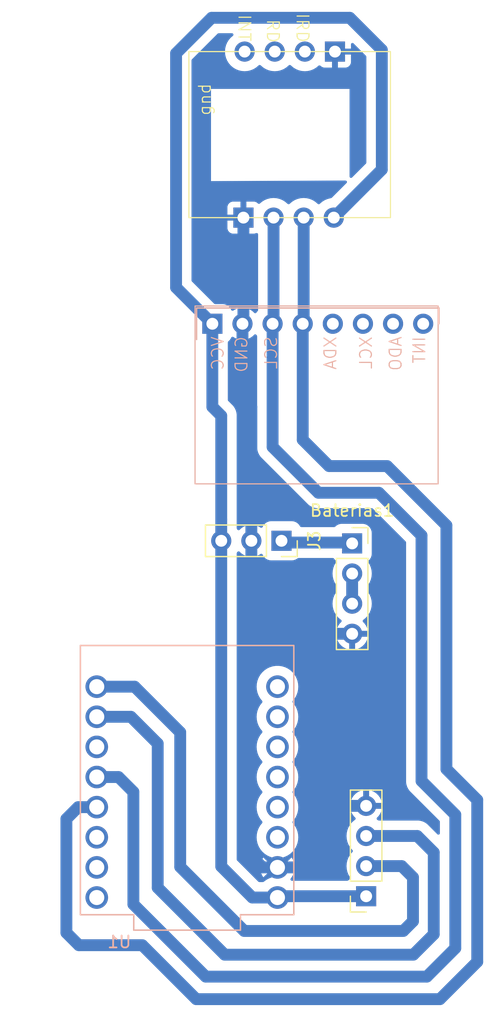
<source format=kicad_pcb>
(kicad_pcb (version 20221018) (generator pcbnew)
  (layers (0 "F.Cu" signal) (31 "B.Cu" signal) (34 "B.Paste" user) (35 "F.Paste" user) (36 "B.SilkS" user "B.Silkscreen") (37 "F.SilkS" user "F.Silkscreen") (38 "B.Mask" user) (39 "F.Mask" user) (44 "Edge.Cuts" user))
  (net 0 "")
  (net 1 "RX")
  (net 2 "TX")
  (net 3 "GND")
  (net 17 "+5V")
  (net 18 "SCL")
  (net 19 "SDA")
  (net 20 "Net-(Baterias1-Pin_1)")
  (net 21 "Net-(Baterias1-Pin_2)")
  (footprint "Connector_PinSocket_2.54mm:PinSocket_1x04_P2.54mm_Vertical" (layer "F.Cu") (at 111.38 137.67 180)
    (fp_text reference "J2" hide)
    (fp_text value "GPS" hide)
    (fp_line (start -1.33 1.27) (end -1.33 8.95) (stroke (width 0.12)) (layer "F.SilkS"))
    (fp_line (start -1.33 1.27) (end 1.33 1.27) (stroke (width 0.12)) (layer "F.SilkS"))
    (fp_line (start -1.33 8.95) (end 1.33 8.95) (stroke (width 0.12)) (layer "F.SilkS"))
    (fp_line (start 0 -1.33) (end 1.33 -1.33) (stroke (width 0.12)) (layer "F.SilkS"))
    (fp_line (start 1.33 -1.33) (end 1.33 0) (stroke (width 0.12)) (layer "F.SilkS"))
    (fp_line (start 1.33 1.27) (end 1.33 8.95) (stroke (width 0.12)) (layer "F.SilkS"))
    (pad "1" thru_hole rect (at 0 0 180) (size 1.7 1.7) (drill 1) (layers "*.Cu" "*.Mask") (net 17 "+5V"))
    (pad "2" thru_hole oval (at 0 2.54 180) (size 1.7 1.7) (drill 1) (layers "*.Cu" "*.Mask") (net 1 "RX"))
    (pad "3" thru_hole oval (at 0 5.08 180) (size 1.7 1.7) (drill 1) (layers "*.Cu" "*.Mask") (net 2 "TX"))
    (pad "4" thru_hole oval (at 0 7.62 180) (size 1.7 1.7) (drill 1) (layers "*.Cu" "*.Mask") (net 3 "GND"))
  )
  (footprint "Connector_PinSocket_2.54mm:PinSocket_1x04_P2.54mm_Vertical" (layer "F.Cu") (at 110.2 107.92)
    (fp_text reference "Baterias1" (at 0 -2.77) (layer "F.SilkS"))
    (fp_text value "Conn_01x04_Pin" hide)
    (fp_line (start -1.33 1.27) (end -1.33 8.95) (stroke (width 0.12)) (layer "F.SilkS"))
    (fp_line (start -1.33 1.27) (end 1.33 1.27) (stroke (width 0.12)) (layer "F.SilkS"))
    (fp_line (start -1.33 8.95) (end 1.33 8.95) (stroke (width 0.12)) (layer "F.SilkS"))
    (fp_line (start 0 -1.33) (end 1.33 -1.33) (stroke (width 0.12)) (layer "F.SilkS"))
    (fp_line (start 1.33 -1.33) (end 1.33 0) (stroke (width 0.12)) (layer "F.SilkS"))
    (fp_line (start 1.33 1.27) (end 1.33 8.95) (stroke (width 0.12)) (layer "F.SilkS"))
    (pad "1" thru_hole rect (at 0 0) (size 1.7 1.7) (drill 1) (layers "*.Cu" "*.Mask") (net 20 "Net-(Baterias1-Pin_1)"))
    (pad "2" thru_hole oval (at 0 2.54) (size 1.7 1.7) (drill 1) (layers "*.Cu" "*.Mask") (net 21 "Net-(Baterias1-Pin_2)"))
    (pad "3" thru_hole oval (at 0 5.08) (size 1.7 1.7) (drill 1) (layers "*.Cu" "*.Mask") (net 21 "Net-(Baterias1-Pin_2)"))
    (pad "4" thru_hole oval (at 0 7.62) (size 1.7 1.7) (drill 1) (layers "*.Cu" "*.Mask") (net 3 "GND"))
  )
  (footprint "Connector_PinSocket_2.54mm:PinSocket_1x03_P2.54mm_Vertical" (layer "F.Cu") (at 104.24 107.7 -90)
    (fp_text reference "J3" (at 0 -2.77 -270) (layer "F.SilkS"))
    (fp_text value "L7805")
    (fp_line (start -1.33 1.27) (end -1.33 6.41) (stroke (width 0.12)) (layer "F.SilkS"))
    (fp_line (start -1.33 1.27) (end 1.33 1.27) (stroke (width 0.12)) (layer "F.SilkS"))
    (fp_line (start -1.33 6.41) (end 1.33 6.41) (stroke (width 0.12)) (layer "F.SilkS"))
    (fp_line (start 0 -1.33) (end 1.33 -1.33) (stroke (width 0.12)) (layer "F.SilkS"))
    (fp_line (start 1.33 -1.33) (end 1.33 0) (stroke (width 0.12)) (layer "F.SilkS"))
    (fp_line (start 1.33 1.27) (end 1.33 6.41) (stroke (width 0.12)) (layer "F.SilkS"))
    (pad "1" thru_hole rect (at 0 0 270) (size 1.7 1.7) (drill 1) (layers "*.Cu" "*.Mask") (net 20 "Net-(Baterias1-Pin_1)"))
    (pad "2" thru_hole oval (at 0 2.54 270) (size 1.7 1.7) (drill 1) (layers "*.Cu" "*.Mask") (net 3 "GND"))
    (pad "3" thru_hole oval (at 0 5.08 270) (size 1.7 1.7) (drill 1) (layers "*.Cu" "*.Mask") (net 17 "+5V"))
  )
  (footprint "HUELLAS MIAS:Max30102" (layer "F.Cu") (at 106.23 72.45 180)
    (fp_text reference "U2" hide)
    (fp_text value "~" hide)
    (fp_text user "IRD" (at 0.8 9.3 270 unlocked) (layer "F.SilkS") (effects (font (thickness 0.1)) (justify left bottom)))
    (fp_text user "gnd" (at 7.87 0.54 90 unlocked) (layer "F.SilkS") (effects (font (thickness 0.1)) (justify left bottom)))
    (fp_text user "RD" (at 3.3 8.8 270 unlocked) (layer "F.SilkS") (effects (font (thickness 0.1)) (justify left bottom)))
    (fp_text user "INT" (at 5.7 9.2 270 unlocked) (layer "F.SilkS") (effects (font (thickness 0.1)) (justify left bottom)))
    (fp_rect (start 9.8 6) (end -7.2 -8) (stroke (width 0.1)) (fill none) (layer "F.SilkS"))
    (pad "1" thru_hole rect (at 5.2 -8 90) (size 1.7 1.7) (drill 1) (layers "*.Cu" "*.Mask") (net 3 "GND"))
    (pad "2" thru_hole oval (at 2.66 -8 90) (size 1.7 1.7) (drill 1) (layers "*.Cu" "*.Mask") (net 18 "SCL"))
    (pad "3" thru_hole oval (at 0.12 -8 90) (size 1.7 1.7) (drill 1) (layers "*.Cu" "*.Mask") (net 19 "SDA"))
    (pad "4" thru_hole oval (at -2.42 -8 90) (size 1.7 1.7) (drill 1) (layers "*.Cu" "*.Mask") (net 17 "+5V"))
    (pad "5" thru_hole rect (at -2.52 6 270) (size 1.7 1.7) (drill 1) (layers "*.Cu" "*.Mask") (net 3 "GND"))
    (pad "6" thru_hole oval (at 0.02 6 270) (size 1.7 1.7) (drill 1) (layers "*.Cu" "*.Mask"))
    (pad "7" thru_hole oval (at 2.56 6 270) (size 1.7 1.7) (drill 1) (layers "*.Cu" "*.Mask"))
    (pad "8" thru_hole oval (at 5.1 6 270) (size 1.7 1.7) (drill 1) (layers "*.Cu" "*.Mask"))
  )
  (footprint "ESP32-C3_SUPERMINI_TH:MODULE_ESP32-C3_SUPERMINI" (layer "B.Cu") (at 96.28 127.88)
    (fp_text reference "U1" (at -5.715 13.6525) (layer "B.SilkS") (effects (justify mirror)))
    (fp_text value "ESP32-C3_SUPERMINI_TH" hide)
    (fp_line (start -9 -11.35) (end -9 11.35) (stroke (width 0.127)) (layer "B.SilkS"))
    (fp_line (start -4.5 11.35) (end -9 11.35) (stroke (width 0.127)) (layer "B.SilkS"))
    (fp_line (start -4.5 12.65) (end -4.5 11.35) (stroke (width 0.127)) (layer "B.SilkS"))
    (fp_line (start 4.5 12.65) (end -4.5 12.65) (stroke (width 0.127)) (layer "B.SilkS"))
    (fp_line (start 4.5 12.65) (end 4.5 11.35) (stroke (width 0.127)) (layer "B.SilkS"))
    (fp_line (start 9 -11.35) (end -9 -11.35) (stroke (width 0.127)) (layer "B.SilkS"))
    (fp_line (start 9 -11.35) (end 9 11.35) (stroke (width 0.127)) (layer "B.SilkS"))
    (fp_line (start 9 11.35) (end 4.5 11.35) (stroke (width 0.127)) (layer "B.SilkS"))
    (pad "0" thru_hole circle (at 7.62 -7.88) (size 1.905 1.905) (drill 1.27) (layers "*.Cu" "*.Mask"))
    (pad "1" thru_hole circle (at 7.62 -5.34) (size 1.905 1.905) (drill 1.27) (layers "*.Cu" "*.Mask"))
    (pad "2" thru_hole circle (at 7.62 -2.8) (size 1.905 1.905) (drill 1.27) (layers "*.Cu" "*.Mask"))
    (pad "3" thru_hole circle (at 7.62 -0.26) (size 1.905 1.905) (drill 1.27) (layers "*.Cu" "*.Mask"))
    (pad "3.3" thru_hole circle (at 7.62 4.82) (size 1.905 1.905) (drill 1.27) (layers "*.Cu" "*.Mask"))
    (pad "4" thru_hole circle (at 7.62 2.28) (size 1.905 1.905) (drill 1.27) (layers "*.Cu" "*.Mask"))
    (pad "5" thru_hole circle (at -7.62 9.9) (size 1.905 1.905) (drill 1.27) (layers "*.Cu" "*.Mask"))
    (pad "5V" thru_hole circle (at 7.62 9.9) (size 1.905 1.905) (drill 1.27) (layers "*.Cu" "*.Mask") (net 17 "+5V"))
    (pad "6" thru_hole circle (at -7.62 7.36) (size 1.905 1.905) (drill 1.27) (layers "*.Cu" "*.Mask"))
    (pad "7" thru_hole circle (at -7.62 4.82) (size 1.905 1.905) (drill 1.27) (layers "*.Cu" "*.Mask"))
    (pad "8" thru_hole circle (at -7.62 2.28) (size 1.905 1.905) (drill 1.27) (layers "*.Cu" "*.Mask") (net 19 "SDA"))
    (pad "9" thru_hole circle (at -7.62 -0.26) (size 1.905 1.905) (drill 1.27) (layers "*.Cu" "*.Mask") (net 18 "SCL"))
    (pad "10" thru_hole circle (at -7.62 -2.8) (size 1.905 1.905) (drill 1.27) (layers "*.Cu" "*.Mask"))
    (pad "20" thru_hole circle (at -7.62 -5.34) (size 1.905 1.905) (drill 1.27) (layers "*.Cu" "*.Mask") (net 2 "TX"))
    (pad "21" thru_hole circle (at -7.62 -7.88) (size 1.905 1.905) (drill 1.27) (layers "*.Cu" "*.Mask") (net 1 "RX"))
    (pad "G" thru_hole circle (at 7.62 7.36) (size 1.905 1.905) (drill 1.27) (layers "*.Cu" "*.Mask") (net 3 "GND"))
  )
  (footprint "HUELLAS MIAS:MPU6050" (layer "B.Cu") (at 106.45 95.9 -90)
    (fp_text reference "MPU1" hide)
    (fp_text value "~")
    (fp_text user "INT" (at -5.5 -10 -270 unlocked) (layer "B.SilkS") (effects (font (thickness 0.1)) (justify left bottom mirror)))
    (fp_text user "XCL" (at -5.5 -5.5 90 unlocked) (layer "B.SilkS") (effects (font (thickness 0.1)) (justify left bottom mirror)))
    (fp_text user "ADO" (at -5.5 -8 -270 unlocked) (layer "B.SilkS") (effects (font (thickness 0.1)) (justify left bottom mirror)))
    (fp_text user "SCL" (at -5.5 2.5 -270 unlocked) (layer "B.SilkS") (effects (font (thickness 0.1)) (justify left bottom mirror)))
    (fp_text user "VCC" (at -5.5 7 -270 unlocked) (layer "B.SilkS") (effects (font (thickness 0.1)) (justify left bottom mirror)))
    (fp_text user "XDA" (at -5.5 -2.5 -270 unlocked) (layer "B.SilkS") (effects (font (thickness 0.1)) (justify left bottom mirror)))
    (fp_text user "GND" (at -5.5 5 -270 unlocked) (layer "B.SilkS") (effects (font (thickness 0.1)) (justify left bottom mirror)))
    (fp_line (start -7.83 -11.07) (end -7.83 -9.74) (stroke (width 0.12)) (layer "B.SilkS"))
    (fp_line (start -7.83 -8.47) (end -7.83 9.37) (stroke (width 0.12)) (layer "B.SilkS"))
    (fp_line (start -7.83 6.77) (end -7.83 -11.07) (stroke (width 0.12)) (layer "B.SilkS"))
    (fp_line (start -6.5 -11.07) (end -7.83 -11.07) (stroke (width 0.12)) (layer "B.SilkS"))
    (fp_line (start -5.17 9.37) (end -7.83 9.37) (stroke (width 0.12)) (layer "B.SilkS"))
    (fp_rect (start -8 9.5) (end 7 -11) (stroke (width 0.1)) (fill none) (layer "B.SilkS"))
    (pad "1" thru_hole rect (at -6.5 8.04 270) (size 1.7 1.7) (drill 1) (layers "*.Cu" "*.Mask") (net 17 "+5V"))
    (pad "2" thru_hole oval (at -6.5 5.5 270) (size 1.7 1.7) (drill 1) (layers "*.Cu" "*.Mask") (net 3 "GND"))
    (pad "3" thru_hole oval (at -6.5 2.96 270) (size 1.7 1.7) (drill 1) (layers "*.Cu" "*.Mask") (net 18 "SCL"))
    (pad "4" thru_hole oval (at -6.5 0.42 270) (size 1.7 1.7) (drill 1) (layers "*.Cu" "*.Mask") (net 19 "SDA"))
    (pad "5" thru_hole oval (at -6.5 -2.12 270) (size 1.7 1.7) (drill 1) (layers "*.Cu" "*.Mask"))
    (pad "6" thru_hole oval (at -6.5 -4.66 270) (size 1.7 1.7) (drill 1) (layers "*.Cu" "*.Mask"))
    (pad "7" thru_hole oval (at -6.5 -7.2 270) (size 1.7 1.7) (drill 1) (layers "*.Cu" "*.Mask"))
    (pad "8" thru_hole oval (at -6.5 -9.74 270) (size 1.7 1.7) (drill 1) (layers "*.Cu" "*.Mask"))
  )
  (segment (start 91.85 120) (end 88.66 120) (width 1) (layer "B.Cu") (net 1))
  (segment (start 95.7 123.85) (end 91.85 120) (width 1) (layer "B.Cu") (net 1))
  (segment (start 114.38 135.13) (end 115.33 136.08) (width 1) (layer "B.Cu") (net 1))
  (segment (start 115.33 136.08) (end 115.33 139.78) (width 1) (layer "B.Cu") (net 1))
  (segment (start 101.1 140.6) (end 95.7 135.2) (width 1) (layer "B.Cu") (net 1))
  (segment (start 114.51 140.6) (end 101.1 140.6) (width 1) (layer "B.Cu") (net 1))
  (segment (start 111.38 135.13) (end 114.38 135.13) (width 1) (layer "B.Cu") (net 1))
  (segment (start 115.33 139.78) (end 114.51 140.6) (width 1) (layer "B.Cu") (net 1))
  (segment (start 95.7 135.2) (end 95.7 123.85) (width 1) (layer "B.Cu") (net 1))
  (segment (start 88.66 122.54) (end 91.54 122.54) (width 1) (layer "B.Cu") (net 2))
  (segment (start 117.08 140.88) (end 117.08 133.98) (width 1) (layer "B.Cu") (net 2))
  (segment (start 93.8 136.95) (end 99.45 142.6) (width 1) (layer "B.Cu") (net 2))
  (segment (start 99.45 142.6) (end 115.36 142.6) (width 1) (layer "B.Cu") (net 2))
  (segment (start 117.08 133.98) (end 115.69 132.59) (width 1) (layer "B.Cu") (net 2))
  (segment (start 93.8 124.8) (end 93.8 136.95) (width 1) (layer "B.Cu") (net 2))
  (segment (start 115.36 142.6) (end 117.08 140.88) (width 1) (layer "B.Cu") (net 2))
  (segment (start 91.54 122.54) (end 93.8 124.8) (width 1) (layer "B.Cu") (net 2))
  (segment (start 115.69 132.59) (end 111.38 132.59) (width 1) (layer "B.Cu") (net 2))
  (segment (start 102.64 135.24) (end 103.9 135.24) (width 1) (layer "B.Cu") (net 3))
  (segment (start 101.53 110.27) (end 101.7 110.1) (width 1) (layer "B.Cu") (net 3))
  (segment (start 105.87 135.24) (end 107.83 133.28) (width 1) (layer "B.Cu") (net 3))
  (segment (start 101.53 134.13) (end 102.64 135.24) (width 1) (layer "B.Cu") (net 3))
  (segment (start 101.62 115.54) (end 101.53 115.45) (width 1) (layer "B.Cu") (net 3))
  (segment (start 101.03 80.45) (end 101.03 89.32) (width 1) (layer "B.Cu") (net 3))
  (segment (start 101.7 96.4) (end 100.95 95.65) (width 1) (layer "B.Cu") (net 3))
  (segment (start 101.7 107.7) (end 101.7 110.1) (width 1) (layer "B.Cu") (net 3))
  (segment (start 109.21 130.05) (end 111.38 130.05) (width 1) (layer "B.Cu") (net 3))
  (segment (start 110.2 115.54) (end 101.62 115.54) (width 1) (layer "B.Cu") (net 3))
  (segment (start 100.95 95.65) (end 100.95 89.4) (width 1) (layer "B.Cu") (net 3))
  (segment (start 101.7 107.7) (end 101.7 96.4) (width 1) (layer "B.Cu") (net 3))
  (segment (start 107.83 133.28) (end 107.83 131.43) (width 1) (layer "B.Cu") (net 3))
  (segment (start 107.83 131.43) (end 109.21 130.05) (width 1) (layer "B.Cu") (net 3))
  (segment (start 101.53 134.13) (end 101.53 115.45) (width 1) (layer "B.Cu") (net 3))
  (segment (start 101.5 107.9) (end 101.7 107.7) (width 1) (layer "B.Cu") (net 3))
  (segment (start 101.53 115.45) (end 101.53 110.27) (width 1) (layer "B.Cu") (net 3))
  (segment (start 101.03 89.32) (end 100.95 89.4) (width 1) (layer "B.Cu") (net 3))
  (segment (start 103.9 135.24) (end 105.87 135.24) (width 1) (layer "B.Cu") (net 3))
  (segment (start 98.35 63.6) (end 95.35 66.6) (width 1) (layer "B.Cu") (net 17))
  (segment (start 98.904 107.444) (end 99.16 107.7) (width 1) (layer "B.Cu") (net 17))
  (segment (start 110 63.6) (end 112.7 66.3) (width 1) (layer "B.Cu") (net 17))
  (segment (start 104.01 137.67) (end 103.9 137.78) (width 1) (layer "B.Cu") (net 17))
  (segment (start 95.35 86.34) (end 98.41 89.4) (width 1) (layer "B.Cu") (net 17))
  (segment (start 98.41 96.41) (end 98.41 89.4) (width 1) (layer "B.Cu") (net 17))
  (segment (start 112.7 76.4) (end 108.65 80.45) (width 1) (layer "B.Cu") (net 17))
  (segment (start 98.35 63.6) (end 110 63.6) (width 1) (layer "B.Cu") (net 17))
  (segment (start 99.16 105.9) (end 99.16 97.16) (width 1) (layer "B.Cu") (net 17))
  (segment (start 101.78 137.78) (end 99.16 135.16) (width 1) (layer "B.Cu") (net 17))
  (segment (start 111.38 137.67) (end 104.01 137.67) (width 1) (layer "B.Cu") (net 17))
  (segment (start 103.9 137.78) (end 101.78 137.78) (width 1) (layer "B.Cu") (net 17))
  (segment (start 99.16 107.7) (end 99.16 105.9) (width 1) (layer "B.Cu") (net 17))
  (segment (start 99.16 97.16) (end 98.41 96.41) (width 1) (layer "B.Cu") (net 17))
  (segment (start 99.16 135.16) (end 99.16 107.7) (width 1) (layer "B.Cu") (net 17))
  (segment (start 95.35 66.6) (end 95.35 86.34) (width 1) (layer "B.Cu") (net 17))
  (segment (start 112.7 66.3) (end 112.7 76.4) (width 1) (layer "B.Cu") (net 17))
  (segment (start 91.75 128.875) (end 91.75 138.35) (width 1) (layer "B.Cu") (net 18))
  (segment (start 88.66 127.62) (end 90.495 127.62) (width 1) (layer "B.Cu") (net 18))
  (segment (start 91.75 138.35) (end 97.85 144.45) (width 1) (layer "B.Cu") (net 18))
  (segment (start 116.5 144.45) (end 118.9 142.05) (width 1) (layer "B.Cu") (net 18))
  (segment (start 112.45 103.65) (end 107.35 103.65) (width 1) (layer "B.Cu") (net 18))
  (segment (start 107.35 103.65) (end 103.49 99.79) (width 1) (layer "B.Cu") (net 18))
  (segment (start 103.57 80.45) (end 103.57 89.32) (width 1) (layer "B.Cu") (net 18))
  (segment (start 103.49 99.79) (end 103.49 89.4) (width 1) (layer "B.Cu") (net 18))
  (segment (start 116.05 127.95) (end 116.05 107.25) (width 1) (layer "B.Cu") (net 18))
  (segment (start 97.85 144.45) (end 116.5 144.45) (width 1) (layer "B.Cu") (net 18))
  (segment (start 116.05 107.25) (end 112.45 103.65) (width 1) (layer "B.Cu") (net 18))
  (segment (start 118.9 142.05) (end 118.9 130.8) (width 1) (layer "B.Cu") (net 18))
  (segment (start 118.9 130.8) (end 116.05 127.95) (width 1) (layer "B.Cu") (net 18))
  (segment (start 103.57 89.32) (end 103.49 89.4) (width 1) (layer "B.Cu") (net 18))
  (segment (start 90.495 127.62) (end 91.75 128.875) (width 1) (layer "B.Cu") (net 18))
  (segment (start 117.6 146.35) (end 120.75 143.2) (width 1) (layer "B.Cu") (net 19))
  (segment (start 120.75 143.2) (end 120.75 129.55) (width 1) (layer "B.Cu") (net 19))
  (segment (start 106.11 89.32) (end 106.03 89.4) (width 1) (layer "B.Cu") (net 19))
  (segment (start 118.15 106.4) (end 113.15 101.4) (width 1) (layer "B.Cu") (net 19))
  (segment (start 120.75 129.55) (end 118.15 126.95) (width 1) (layer "B.Cu") (net 19))
  (segment (start 113.15 101.4) (end 108.25 101.4) (width 1) (layer "B.Cu") (net 19))
  (segment (start 88.66 130.16) (end 87.09 130.16) (width 1) (layer "B.Cu") (net 19))
  (segment (start 86.1 140.75) (end 87.15 141.8) (width 1) (layer "B.Cu") (net 19))
  (segment (start 97.05 146.35) (end 117.6 146.35) (width 1) (layer "B.Cu") (net 19))
  (segment (start 118.15 126.95) (end 118.15 106.4) (width 1) (layer "B.Cu") (net 19))
  (segment (start 86.1 131.15) (end 86.1 140.75) (width 1) (layer "B.Cu") (net 19))
  (segment (start 108.25 101.4) (end 106.03 99.18) (width 1) (layer "B.Cu") (net 19))
  (segment (start 106.03 99.18) (end 106.03 89.4) (width 1) (layer "B.Cu") (net 19))
  (segment (start 106.11 80.45) (end 106.11 89.32) (width 1) (layer "B.Cu") (net 19))
  (segment (start 87.15 141.8) (end 92.5 141.8) (width 1) (layer "B.Cu") (net 19))
  (segment (start 87.09 130.16) (end 86.1 131.15) (width 1) (layer "B.Cu") (net 19))
  (segment (start 92.5 141.8) (end 97.05 146.35) (width 1) (layer "B.Cu") (net 19))
  (segment (start 110.102 107.848) (end 104.388 107.848) (width 1) (layer "B.Cu") (net 20))
  (segment (start 104.388 107.848) (end 104.24 107.7) (width 1) (layer "B.Cu") (net 20))
  (segment (start 110.2 113) (end 110.2 110.46) (width 1) (layer "B.Cu") (net 21))
  (zone (net 0) (net_name "") (layers "F&B.Cu" "Margin") (connect_pads (clearance 0)) (min_thickness 0.5)
    (keepout (tracks not_allowed) (vias not_allowed) (pads not_allowed) (copperpour not_allowed) (footprints allowed))
    (fill (thermal_gap 0.5) (thermal_bridge_width 0.5))
    (polygon (pts (xy 109.98 77.32) (xy 98.296 77.3708) (xy 98.296 69.5984) (xy 109.98 69.5984)))
  )
  (zone (net 3) (net_name "GND") (layer "B.Cu") (connect_pads (clearance 0.8)) (min_thickness 0.25) (fill yes (thermal_gap 0.5) (thermal_bridge_width 0.5))
    (polygon (pts (xy 121.85 148.45) (xy 121.85 128.4) (xy 117.85 87.05) (xy 114.6 78.95) (xy 114.7 62.1) (xy 92.45 62.1) (xy 92.45 110.6) (xy 80.7 120.75) (xy 80.5 148.35)))
  )
)
</source>
